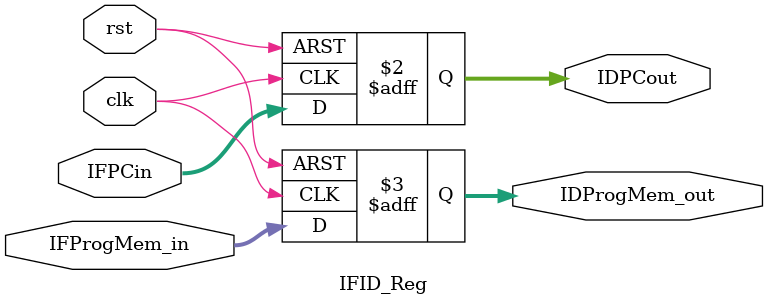
<source format=v>
module IFID_Reg(clk,rst,IFPCin,IFProgMem_in,IDPCout,IDProgMem_out);

input clk,rst;
input [31:0] IFPCin,IFProgMem_in;
output reg [31:0] IDPCout,IDProgMem_out;

always @(posedge clk or posedge rst)
begin    
        if(rst) begin
                    IDPCout <= 32'b00;
                    IDProgMem_out<=32'b00;
        end
        else  begin
                  IDPCout<=IFPCin;
                  IDProgMem_out<= IFProgMem_in;
        end
        
end

endmodule
</source>
